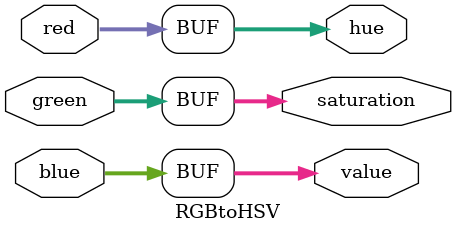
<source format=v>
module EEE_IMGPROC(
  // global clock & reset
  input clk,
  input reset_n,

  // mm slave
  input s_chipselect,
  input s_read,
  input s_write,
  output reg [31:0] s_readdata,
  input [31:0] s_writedata,
  input [2:0] s_address,

  // streaming sink
  input [23:0] sink_data,
  input sink_valid,
  output sink_ready,
  input sink_sop,
  input sink_eop,

  // streaming source
  output [23:0] source_data,
  output source_valid,
  input source_ready,
  output source_sop,
  output source_eop,

  // conduit
  input mode
);

 
  ////////////////////////////////////////////////////////////////////////////
  //
  parameter IMAGE_W = 11'd640;
  parameter IMAGE_H = 11'd480;
  parameter MESSAGE_BUF_MAX = 256;
  parameter MSG_INTERVAL = 6;
  parameter BB_COL_DEFAULT = 24'h00ff00;

  wire [7:0] red, green, blue, grey;
  wire [7:0] red_out, green_out, blue_out;
  wire [7:0] hue, saturation, value;

  wire sop, eop, in_valid, out_ready;

  //////////////////////////////////////////////////////////////////////////

  // RGB to HSV conversion module
  RGBtoHSV rgb_to_hsv (
    .red(red),
    .green(green),
    .blue(blue),
    .hue(hue),
    .saturation(saturation),
    .value(value)
  );

  // Detect red areas
  wire red_detect;
  assign red_detect = red[7] & ~green[7] & ~blue[7];

  // Detect blue areas
  wire blue_detect;
  assign blue_detect = ~red[7] & ~green[7] & blue[7];

  // Detect yellow areas
  wire yellow_detect;
  assign yellow_detect = red[7] & green[7] & ~blue[7];

  // Detect white areas
  wire white_detect;
  assign white_detect = red[7] & green[7] & blue[7];

  // Detect black areas
  wire black_detect;
  assign black_detect = ~(red_detect | blue_detect | yellow_detect | white_detect);

  // Find boundary of cursor box

  // Highlight detected areas
  wire [23:0] red_high, blue_high, yellow_high, white_high, black_high;
  assign grey = green[7:1] + red[7:2] + blue[7:2]; //Grey = green/2 + red/4 + blue/4
  assign red_high  =  red_detect ? {8'hff, 8'h0, 8'h0} : {grey, grey, grey};
  assign blue_high =  blue_detect ? {8'h00, 8'h00, 8'hff} : {grey, grey, grey};
  assign yellow_high = yellow_detect ? {8'hff, 8'hff, 8'h0} : {grey, grey, grey};
  assign white_high = white_detect ? {8'hff, 8'hff, 8'hff} : {grey, grey, grey};
  assign black_high = black_detect ? {8'h0, 8'h0, 8'h0} : {grey, grey, grey};

  // Show bounding box
  wire [23:0] new_image;
  wire bb_active;
  assign bb_active = (x == left) | (x == right) | (y == top) | (y == bottom);
  assign new_image = bb_active ? bb_col : (red_detect ? red_high : (blue_detect ? blue_high : (yellow_detect ? yellow_high : (white_detect ? white_high : black_high))));

  // Switch output pixels depending on mode switch
  // Don't modify the start-of-packet word - it's a packet descriptor
  // Don't modify data in non-video packets
  assign {red_out, green_out, blue_out} = (mode & ~sop & packet_video) ? new_image : {red, green, blue};

  // Count valid pixels to get the image coordinates. Reset and detect packet type on Start of Packet.
  reg [10:0] x, y;
  reg packet_video;
  always @(posedge clk) begin
    if (sop) begin
      x <= 11'h0;
      y <= 11'h0;
      packet_video <= (blue[3:0] == 3'h0);
    end
    else if (in_valid) begin
      if (x == IMAGE_W-1) begin
        x <= 11'h0;
        y <= y + 11'h1;
      end
      else begin
        x <= x + 11'h1;
      end
    end
  end

  // Find first and last red pixels
  reg [10:0] x_min_red, y_min_red, x_max_red, y_max_red;
  reg [10:0] x_min_blue, y_min_blue, x_max_blue, y_max_blue;
  reg [10:0] x_min_yellow, y_min_yellow, x_max_yellow, y_max_yellow;
  reg [10:0] x_min_white, y_min_white, x_max_white, y_max_white;
  reg [10:0] x_min_black, y_min_black, x_max_black, y_max_black;
  always @(posedge clk) begin
    if (red_detect) begin
      if (x < x_min_red) x_min_red <= x;
      if (x > x_max_red) x_max_red <= x;
      if (y < y_min_red) y_min_red <= y;
      if (y > y_max_red) y_max_red <= y;
    end
    if (blue_detect) begin
      if (x < x_min_blue) x_min_blue <= x;
      if (x > x_max_blue) x_max_blue <= x;
      if (y < y_min_blue) y_min_blue <= y;
      if (y > y_max_blue) y_max_blue <= y;
    end
    if (yellow_detect) begin
      if (x < x_min_yellow) x_min_yellow <= x;
      if (x > x_max_yellow) x_max_yellow <= x;
      if (y < y_min_yellow) y_min_yellow <= y;
      if (y > y_max_yellow) y_max_yellow <= y;
    end
    if (white_detect) begin
      if (x < x_min_white) x_min_white <= x;
      if (x > x_max_white) x_max_white <= x;
      if (y < y_min_white) y_min_white <= y;
      if (y > y_max_white) y_max_white <= y;
    end
    if (black_detect) begin
      if (x < x_min_black) x_min_black <= x;
      if (x > x_max_black) x_max_black <= x;
      if (y < y_min_black) y_min_black <= y;
      if (y > y_max_black) y_max_black <= y;
    end
    if (sop & in_valid) begin // Reset bounds on start of packet
      x_min_red <= IMAGE_W-11'h1;
      x_max_red <= 0;
      y_min_red <= IMAGE_H-11'h1;
      y_max_red <= 0;
      x_min_blue <= IMAGE_W-11'h1;
      x_max_blue <= 0;
      y_min_blue <= IMAGE_H-11'h1;
      y_max_blue <= 0;
      x_min_yellow <= IMAGE_W-11'h1;
      x_max_yellow <= 0;
      y_min_yellow <= IMAGE_H-11'h1;
      y_max_yellow <= 0;
      x_min_white <= IMAGE_W-11'h1;
      x_max_white <= 0;
      y_min_white <= IMAGE_H-11'h1;
      y_max_white <= 0;
      x_min_black <= IMAGE_W-11'h1;
      x_max_black <= 0;
      y_min_black <= IMAGE_H-11'h1;
      y_max_black <= 0;
    end
  end

  // Process bounding box at the end of the frame.
  reg [1:0] msg_state;
  reg [10:0] left, right, top, bottom;
  reg [7:0] frame_count;
  always @(posedge clk) begin
    if (eop & in_valid & packet_video) begin // Ignore non-video packets

      // Latch edges for display overlay on the next frame
      left <= x_min_red;
      right <= x_max_red;
      top <= y_min_red;
      bottom <= y_max_red;

      // Start message writer FSM once every MSG_INTERVAL frames, if there is room in the FIFO
      frame_count <= frame_count - 1;

      if (frame_count == 0 && msg_buf_size < MESSAGE_BUF_MAX - 3) begin
        msg_state <= 2'b01;
        frame_count <= MSG_INTERVAL-1;
      end
    end

    // Cycle through message writer states once started
    if (msg_state != 2'b00) msg_state <= msg_state + 2'b01;
  end

  // Generate output messages for CPU
  reg [31:0] msg_buf_in;
  wire [31:0] msg_buf_out;
  reg msg_buf_wr;
  wire msg_buf_rd, msg_buf_flush;
  wire [7:0] msg_buf_size;
  wire msg_buf_empty;

  `define RED_BOX_MSG_ID "RBB"

  always @(*) begin // Write words to FIFO as state machine advances
    case(msg_state)
      2'b00: begin
        msg_buf_in = 32'b0;
        msg_buf_wr = 1'b0;
      end
      2'b01: begin
        msg_buf_in = `RED_BOX_MSG_ID; // Message ID
        msg_buf_wr = 1'b1;
      end
      2'b10: begin
        msg_buf_in = {5'b0, x_min_red, 5'b0, y_min_red}; // Top left coordinate
        msg_buf_wr = 1'b1;
      end
      2'b11: begin
        msg_buf_in = {5'b0, x_max_red, 5'b0, y_max_red}; // Bottom right coordinate
        msg_buf_wr = 1'b1;
      end
    endcase
  end

  // Output message FIFO
  MSG_FIFO MSG_FIFO_inst (
    .clock(clk),
    .data(msg_buf_in),
    .rdreq(msg_buf_rd),
    .sclr(~reset_n | msg_buf_flush),
    .wrreq(msg_buf_wr),
    .q(msg_buf_out),
    .usedw(msg_buf_size),
    .empty(msg_buf_empty)
  );

  // Streaming registers to buffer video signal
  STREAM_REG #(.DATA_WIDTH(26)) in_reg (
    .clk(clk),
    .rst_n(reset_n),
    .ready_out(sink_ready),
    .valid_out(in_valid),
    .data_out({red, green, blue, sop, eop}),
    .ready_in(out_ready),
    .valid_in(sink_valid),
    .data_in({sink_data, sink_sop, sink_eop})
  );

  STREAM_REG #(.DATA_WIDTH(26)) out_reg (
    .clk(clk),
    .rst_n(reset_n),
    .ready_out(out_ready),
    .valid_out(source_valid),
    .data_out({source_data, source_sop, source_eop}),
    .ready_in(source_ready),
    .valid_in(in_valid),
    .data_in({red_out, green_out, blue_out, sop, eop})
  );

  ///////////////////////////////////
  /// Memory-mapped port         /////
  ///////////////////////////////////

  // Addresses
  `define REG_STATUS         0
  `define READ_MSG           1
  `define READ_ID            2
  `define REG_BBCOL          3

  // Status register bits
  // 31:16 - unimplemented
  // 15:8 - number of words in message buffer (read only)
  // 7:5 - unused
  // 4 - flush message buffer (write only - read as 0)
  // 3:0 - unused

  // Process write

  reg  [7:0]   reg_status;
  reg  [23:0]  bb_col;

  always @ (posedge clk) begin
    if (~reset_n) begin
      reg_status <= 8'b0;
      bb_col <= BB_COL_DEFAULT;
    end
    else begin
      if (s_chipselect & s_write) begin
        if (s_address == `REG_STATUS) reg_status <= s_writedata[7:0];
        if (s_address == `REG_BBCOL) bb_col <= s_writedata[23:0];
      end
    end
  end

  // Flush the message buffer if 1 is written to status register bit 4
  assign msg_buf_flush = (s_chipselect & s_write & (s_address == `REG_STATUS) & s_writedata[4]);

  // Process reads
  reg read_d; // Store the read signal for correct updating of the message buffer

  // Copy the requested word to the output port when there is a read.
  always @ (posedge clk) begin
    if (~reset_n) begin
      s_readdata <= 32'b0;
      read_d <= 1'b0;
    end
    else if (s_chipselect & s_read) begin
      if (s_address == `REG_STATUS) s_readdata <= {16'b0, msg_buf_size, reg_status};
      if (s_address == `READ_MSG) s_readdata <= {msg_buf_out};
      if (s_address == `READ_ID) s_readdata <= 32'h1234EEE2;
      if (s_address == `REG_BBCOL) s_readdata <= {8'h0, bb_col};
    end
    read_d <= s_read;
  end

  // Fetch next word from message buffer after read from READ_MSG
  assign msg_buf_rd = s_chipselect & s_read & ~read_d & ~msg_buf_empty & (s_address == `READ_MSG);

endmodule

module RGBtoHSV(
  input [7:0] red,
  input [7:0] green,
  input [7:0] blue,
  output [7:0] hue,
  output [7:0] saturation,
  output [7:0] value
);
  // RGB to HSV conversion logic goes here
  // ...

  // Example conversion (place your implementation here)
  assign hue = red;
  assign saturation = green;
  assign value = blue;
endmodule

</source>
